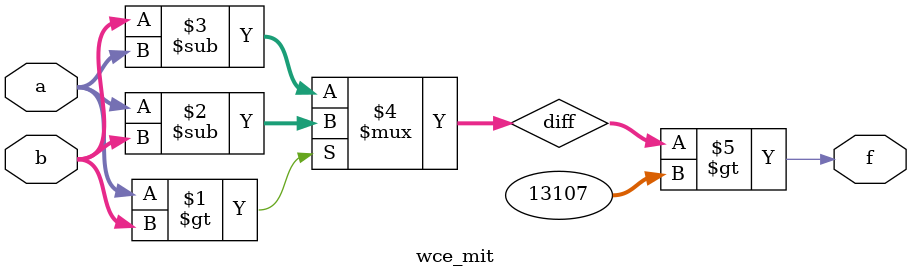
<source format=v>
module wce_mit(a, b, f);
parameter _bit = 16;
parameter wce = 13107;
input [_bit - 1: 0] a;
input [_bit - 1: 0] b;
output f;
wire [_bit - 1: 0] diff;
assign diff = (a > b)? (a - b): (b - a);
assign f = (diff > wce);
endmodule

</source>
